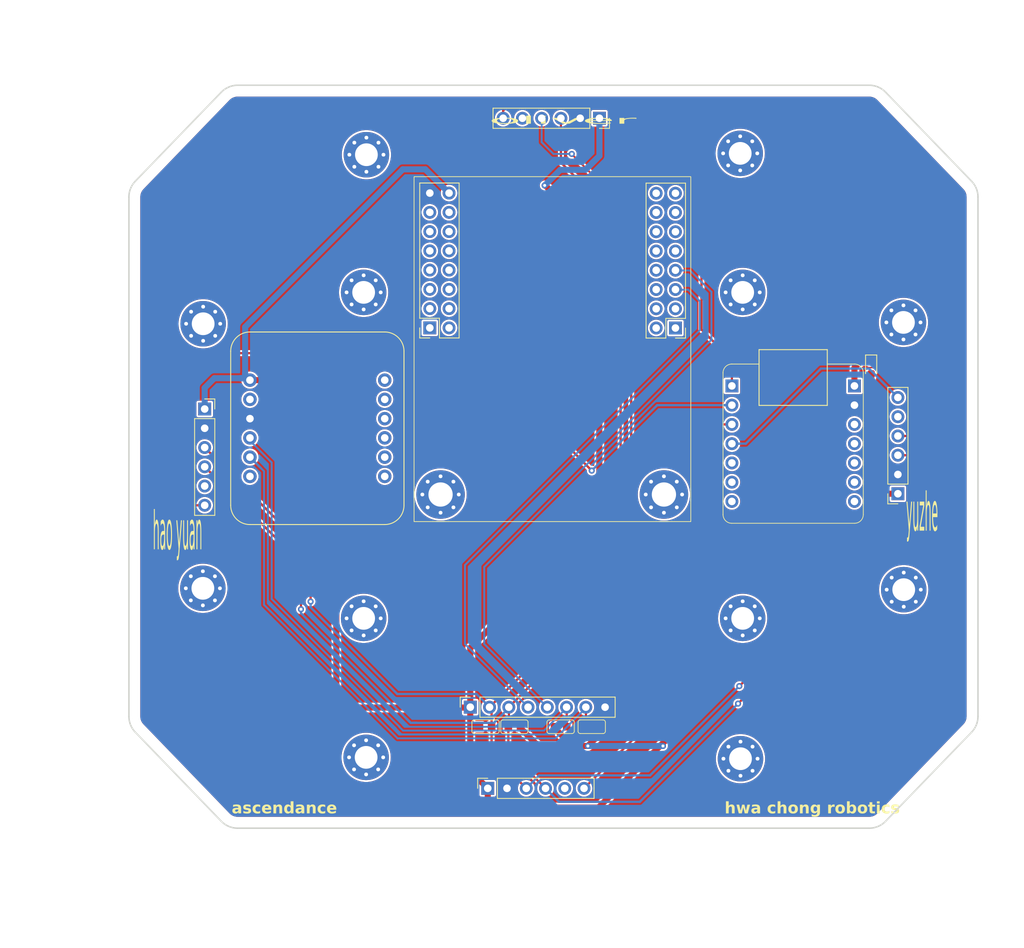
<source format=kicad_pcb>
(kicad_pcb (version 20221018) (generator pcbnew)
  (layers (0 "F.Cu" signal) (31 "B.Cu" signal) (34 "B.Paste" user) (35 "F.Paste" user) (36 "B.SilkS" user "B.Silkscreen") (37 "F.SilkS" user "F.Silkscreen") (38 "B.Mask" user) (39 "F.Mask" user) (44 "Edge.Cuts" user))
  (net 0 "")
  (net 60 "Net-(D1-K)")
  (net 61 "GND")
  (net 62 "/XSHUT w")
  (net 63 "/XSHUT s")
  (net 64 "/XSHUT n")
  (net 65 "/XSHUT f")
  (net 66 "/TOF SDA")
  (net 67 "/TOF SCL")
  (net 68 "/COM SDA")
  (net 69 "/COM SCL")
  (net 70 "/C TX")
  (net 71 "/C RX")
  (net 72 "+5V")
  (footprint "l2:res0603" (layer "F.Cu") (at 93.434 149.86 180)
    (fp_text reference "R2" hide)
    (fp_text value "3K3" hide)
    (pad "1" smd roundrect (at -0.8 0 180) (size 1 1) (layers "F.Cu" "F.Paste" "F.Mask") (roundrect_rratio 0.1) (net 72 "+5V"))
    (pad "2" smd roundrect (at 0.8 0 180) (size 1 1) (layers "F.Cu" "F.Paste" "F.Mask") (roundrect_rratio 0.1) (net 66 "/TOF SDA"))
  )
  (footprint "Connector_PinSocket_2.54mm:PinSocket_1x06_P2.54mm_Vertical" (layer "F.Cu") (at 144.018 119.126 180)
    (fp_text reference "J3" hide)
    (fp_text value "Conn_01x06" hide)
    (pad "1" thru_hole rect (at 0 0 180) (size 1.7 1.7) (drill 1) (layers "*.Cu" "*.Mask") (net 72 "+5V"))
    (pad "2" thru_hole oval (at 0 2.54 180) (size 1.7 1.7) (drill 1) (layers "*.Cu" "*.Mask") (net 61 "GND"))
    (pad "3" thru_hole oval (at 0 5.08 180) (size 1.7 1.7) (drill 1) (layers "*.Cu" "*.Mask") (net 67 "/TOF SCL"))
    (pad "4" thru_hole oval (at 0 7.62 180) (size 1.7 1.7) (drill 1) (layers "*.Cu" "*.Mask") (net 66 "/TOF SDA"))
    (pad "5" thru_hole oval (at 0 10.16 180) (size 1.7 1.7) (drill 1) (layers "*.Cu" "*.Mask"))
    (pad "6" thru_hole oval (at 0 12.7 180) (size 1.7 1.7) (drill 1) (layers "*.Cu" "*.Mask") (net 65 "/XSHUT f"))
  )
  (footprint "MountingHole:MountingHole_3mm_Pad_Via" (layer "F.Cu") (at 52.375558 96.704817)
    (fp_text reference "H10" hide)
    (fp_text value "MountingHole_Pad" hide)
    (pad "1" thru_hole circle (at -2.25 0) (size 0.8 0.8) (drill 0.5) (layers "*.Cu" "*.Mask"))
    (pad "1" thru_hole circle (at -1.59099 -1.59099) (size 0.8 0.8) (drill 0.5) (layers "*.Cu" "*.Mask"))
    (pad "1" thru_hole circle (at -1.59099 1.59099) (size 0.8 0.8) (drill 0.5) (layers "*.Cu" "*.Mask"))
    (pad "1" thru_hole circle (at 0 -2.25) (size 0.8 0.8) (drill 0.5) (layers "*.Cu" "*.Mask"))
    (pad "1" thru_hole circle (at 0 0) (size 6 6) (drill 3) (layers "*.Cu" "*.Mask"))
    (pad "1" thru_hole circle (at 0 2.25) (size 0.8 0.8) (drill 0.5) (layers "*.Cu" "*.Mask"))
    (pad "1" thru_hole circle (at 1.59099 -1.59099) (size 0.8 0.8) (drill 0.5) (layers "*.Cu" "*.Mask"))
    (pad "1" thru_hole circle (at 1.59099 1.59099) (size 0.8 0.8) (drill 0.5) (layers "*.Cu" "*.Mask"))
    (pad "1" thru_hole circle (at 2.25 0) (size 0.8 0.8) (drill 0.5) (layers "*.Cu" "*.Mask"))
  )
  (footprint "MountingHole:MountingHole_3mm_Pad_Via" (layer "F.Cu") (at 73.544888 92.564633)
    (fp_text reference "H2" hide)
    (fp_text value "MountingHole_Pad" hide)
    (pad "1" thru_hole circle (at -2.25 0) (size 0.8 0.8) (drill 0.5) (layers "*.Cu" "*.Mask"))
    (pad "1" thru_hole circle (at -1.59099 -1.59099) (size 0.8 0.8) (drill 0.5) (layers "*.Cu" "*.Mask"))
    (pad "1" thru_hole circle (at -1.59099 1.59099) (size 0.8 0.8) (drill 0.5) (layers "*.Cu" "*.Mask"))
    (pad "1" thru_hole circle (at 0 -2.25) (size 0.8 0.8) (drill 0.5) (layers "*.Cu" "*.Mask"))
    (pad "1" thru_hole circle (at 0 0) (size 6 6) (drill 3) (layers "*.Cu" "*.Mask"))
    (pad "1" thru_hole circle (at 0 2.25) (size 0.8 0.8) (drill 0.5) (layers "*.Cu" "*.Mask"))
    (pad "1" thru_hole circle (at 1.59099 -1.59099) (size 0.8 0.8) (drill 0.5) (layers "*.Cu" "*.Mask"))
    (pad "1" thru_hole circle (at 1.59099 1.59099) (size 0.8 0.8) (drill 0.5) (layers "*.Cu" "*.Mask"))
    (pad "1" thru_hole circle (at 2.25 0) (size 0.8 0.8) (drill 0.5) (layers "*.Cu" "*.Mask"))
  )
  (footprint "MountingHole:MountingHole_3mm_Pad_Via" (layer "F.Cu") (at 123.217547 74.227785)
    (fp_text reference "H1" hide)
    (fp_text value "MountingHole_Pad" hide)
    (pad "1" thru_hole circle (at -2.25 0) (size 0.8 0.8) (drill 0.5) (layers "*.Cu" "*.Mask"))
    (pad "1" thru_hole circle (at -1.59099 -1.59099) (size 0.8 0.8) (drill 0.5) (layers "*.Cu" "*.Mask"))
    (pad "1" thru_hole circle (at -1.59099 1.59099) (size 0.8 0.8) (drill 0.5) (layers "*.Cu" "*.Mask"))
    (pad "1" thru_hole circle (at 0 -2.25) (size 0.8 0.8) (drill 0.5) (layers "*.Cu" "*.Mask"))
    (pad "1" thru_hole circle (at 0 0) (size 6 6) (drill 3) (layers "*.Cu" "*.Mask"))
    (pad "1" thru_hole circle (at 0 2.25) (size 0.8 0.8) (drill 0.5) (layers "*.Cu" "*.Mask"))
    (pad "1" thru_hole circle (at 1.59099 -1.59099) (size 0.8 0.8) (drill 0.5) (layers "*.Cu" "*.Mask"))
    (pad "1" thru_hole circle (at 1.59099 1.59099) (size 0.8 0.8) (drill 0.5) (layers "*.Cu" "*.Mask"))
    (pad "1" thru_hole circle (at 2.25 0) (size 0.8 0.8) (drill 0.5) (layers "*.Cu" "*.Mask"))
  )
  (footprint "MountingHole:MountingHole_3mm_Pad_Via" (layer "F.Cu") (at 73.909967 74.405284)
    (fp_text reference "H9" hide)
    (fp_text value "MountingHole_Pad" hide)
    (pad "1" thru_hole circle (at -2.25 0) (size 0.8 0.8) (drill 0.5) (layers "*.Cu" "*.Mask"))
    (pad "1" thru_hole circle (at -1.59099 -1.59099) (size 0.8 0.8) (drill 0.5) (layers "*.Cu" "*.Mask"))
    (pad "1" thru_hole circle (at -1.59099 1.59099) (size 0.8 0.8) (drill 0.5) (layers "*.Cu" "*.Mask"))
    (pad "1" thru_hole circle (at 0 -2.25) (size 0.8 0.8) (drill 0.5) (layers "*.Cu" "*.Mask"))
    (pad "1" thru_hole circle (at 0 0) (size 6 6) (drill 3) (layers "*.Cu" "*.Mask"))
    (pad "1" thru_hole circle (at 0 2.25) (size 0.8 0.8) (drill 0.5) (layers "*.Cu" "*.Mask"))
    (pad "1" thru_hole circle (at 1.59099 -1.59099) (size 0.8 0.8) (drill 0.5) (layers "*.Cu" "*.Mask"))
    (pad "1" thru_hole circle (at 1.59099 1.59099) (size 0.8 0.8) (drill 0.5) (layers "*.Cu" "*.Mask"))
    (pad "1" thru_hole circle (at 2.25 0) (size 0.8 0.8) (drill 0.5) (layers "*.Cu" "*.Mask"))
  )
  (footprint "l2:res0603" (layer "F.Cu") (at 99.53 149.86)
    (fp_text reference "R3" hide)
    (fp_text value "3K3" hide)
    (pad "1" smd roundrect (at -0.8 0) (size 1 1) (layers "F.Cu" "F.Paste" "F.Mask") (roundrect_rratio 0.1) (net 72 "+5V"))
    (pad "2" smd roundrect (at 0.8 0) (size 1 1) (layers "F.Cu" "F.Paste" "F.Mask") (roundrect_rratio 0.1) (net 69 "/COM SCL"))
  )
  (footprint "Connector_PinSocket_2.54mm:PinSocket_1x06_P2.54mm_Vertical" (layer "F.Cu") (at 104.648 69.596 -90)
    (fp_text reference "J2" hide)
    (fp_text value "Conn_01x06" hide)
    (pad "1" thru_hole rect (at 0 0 270) (size 1.7 1.7) (drill 1) (layers "*.Cu" "*.Mask") (net 72 "+5V"))
    (pad "2" thru_hole oval (at 0 2.54 270) (size 1.7 1.7) (drill 1) (layers "*.Cu" "*.Mask") (net 61 "GND"))
    (pad "3" thru_hole oval (at 0 5.08 270) (size 1.7 1.7) (drill 1) (layers "*.Cu" "*.Mask") (net 67 "/TOF SCL"))
    (pad "4" thru_hole oval (at 0 7.62 270) (size 1.7 1.7) (drill 1) (layers "*.Cu" "*.Mask") (net 66 "/TOF SDA"))
    (pad "5" thru_hole oval (at 0 10.16 270) (size 1.7 1.7) (drill 1) (layers "*.Cu" "*.Mask"))
    (pad "6" thru_hole oval (at 0 12.7 270) (size 1.7 1.7) (drill 1) (layers "*.Cu" "*.Mask") (net 64 "/XSHUT n"))
  )
  (footprint "Connector_PinSocket_2.54mm:PinSocket_1x08_P2.54mm_Vertical" (layer "F.Cu") (at 87.613126 147.282 90)
    (fp_text reference "J1" hide)
    (fp_text value "Conn_01x08" hide)
    (pad "1" thru_hole rect (at 0 0 90) (size 1.7 1.7) (drill 1) (layers "*.Cu" "*.Mask") (net 72 "+5V"))
    (pad "2" thru_hole oval (at 0 2.54 90) (size 1.7 1.7) (drill 1) (layers "*.Cu" "*.Mask") (net 67 "/TOF SCL"))
    (pad "3" thru_hole oval (at 0 5.08 90) (size 1.7 1.7) (drill 1) (layers "*.Cu" "*.Mask") (net 66 "/TOF SDA"))
    (pad "4" thru_hole oval (at 0 7.62 90) (size 1.7 1.7) (drill 1) (layers "*.Cu" "*.Mask") (net 71 "/C RX"))
    (pad "5" thru_hole oval (at 0 10.16 90) (size 1.7 1.7) (drill 1) (layers "*.Cu" "*.Mask") (net 70 "/C TX"))
    (pad "6" thru_hole oval (at 0 12.7 90) (size 1.7 1.7) (drill 1) (layers "*.Cu" "*.Mask") (net 69 "/COM SCL"))
    (pad "7" thru_hole oval (at 0 15.24 90) (size 1.7 1.7) (drill 1) (layers "*.Cu" "*.Mask") (net 68 "/COM SDA"))
    (pad "8" thru_hole oval (at 0 17.78 90) (size 1.7 1.7) (drill 1) (layers "*.Cu" "*.Mask") (net 61 "GND"))
  )
  (footprint "MountingHole:MountingHole_3mm_Pad_Via" (layer "F.Cu") (at 123.544888 92.564633)
    (fp_text reference "H3" hide)
    (fp_text value "MountingHole_Pad" hide)
    (pad "1" thru_hole circle (at -2.25 0) (size 0.8 0.8) (drill 0.5) (layers "*.Cu" "*.Mask"))
    (pad "1" thru_hole circle (at -1.59099 -1.59099) (size 0.8 0.8) (drill 0.5) (layers "*.Cu" "*.Mask"))
    (pad "1" thru_hole circle (at -1.59099 1.59099) (size 0.8 0.8) (drill 0.5) (layers "*.Cu" "*.Mask"))
    (pad "1" thru_hole circle (at 0 -2.25) (size 0.8 0.8) (drill 0.5) (layers "*.Cu" "*.Mask"))
    (pad "1" thru_hole circle (at 0 0) (size 6 6) (drill 3) (layers "*.Cu" "*.Mask"))
    (pad "1" thru_hole circle (at 0 2.25) (size 0.8 0.8) (drill 0.5) (layers "*.Cu" "*.Mask"))
    (pad "1" thru_hole circle (at 1.59099 -1.59099) (size 0.8 0.8) (drill 0.5) (layers "*.Cu" "*.Mask"))
    (pad "1" thru_hole circle (at 1.59099 1.59099) (size 0.8 0.8) (drill 0.5) (layers "*.Cu" "*.Mask"))
    (pad "1" thru_hole circle (at 2.25 0) (size 0.8 0.8) (drill 0.5) (layers "*.Cu" "*.Mask"))
  )
  (footprint "MountingHole:MountingHole_3mm_Pad_Via" (layer "F.Cu") (at 123.255285 154.078979)
    (fp_text reference "H12" hide)
    (fp_text value "MountingHole_Pad" hide)
    (pad "1" thru_hole circle (at -2.25 0) (size 0.8 0.8) (drill 0.5) (layers "*.Cu" "*.Mask"))
    (pad "1" thru_hole circle (at -1.59099 -1.59099) (size 0.8 0.8) (drill 0.5) (layers "*.Cu" "*.Mask"))
    (pad "1" thru_hole circle (at -1.59099 1.59099) (size 0.8 0.8) (drill 0.5) (layers "*.Cu" "*.Mask"))
    (pad "1" thru_hole circle (at 0 -2.25) (size 0.8 0.8) (drill 0.5) (layers "*.Cu" "*.Mask"))
    (pad "1" thru_hole circle (at 0 0) (size 6 6) (drill 3) (layers "*.Cu" "*.Mask"))
    (pad "1" thru_hole circle (at 0 2.25) (size 0.8 0.8) (drill 0.5) (layers "*.Cu" "*.Mask"))
    (pad "1" thru_hole circle (at 1.59099 -1.59099) (size 0.8 0.8) (drill 0.5) (layers "*.Cu" "*.Mask"))
    (pad "1" thru_hole circle (at 1.59099 1.59099) (size 0.8 0.8) (drill 0.5) (layers "*.Cu" "*.Mask"))
    (pad "1" thru_hole circle (at 2.25 0) (size 0.8 0.8) (drill 0.5) (layers "*.Cu" "*.Mask"))
  )
  (footprint "Connector_PinSocket_2.54mm:PinSocket_1x06_P2.54mm_Vertical" (layer "F.Cu") (at 89.916 157.988 90)
    (fp_text reference "J4" hide)
    (fp_text value "Conn_01x06" hide)
    (pad "1" thru_hole rect (at 0 0 90) (size 1.7 1.7) (drill 1) (layers "*.Cu" "*.Mask") (net 72 "+5V"))
    (pad "2" thru_hole oval (at 0 2.54 90) (size 1.7 1.7) (drill 1) (layers "*.Cu" "*.Mask") (net 61 "GND"))
    (pad "3" thru_hole oval (at 0 5.08 90) (size 1.7 1.7) (drill 1) (layers "*.Cu" "*.Mask") (net 67 "/TOF SCL"))
    (pad "4" thru_hole oval (at 0 7.62 90) (size 1.7 1.7) (drill 1) (layers "*.Cu" "*.Mask") (net 66 "/TOF SDA"))
    (pad "5" thru_hole oval (at 0 10.16 90) (size 1.7 1.7) (drill 1) (layers "*.Cu" "*.Mask"))
    (pad "6" thru_hole oval (at 0 12.7 90) (size 1.7 1.7) (drill 1) (layers "*.Cu" "*.Mask") (net 63 "/XSHUT s"))
  )
  (footprint "MountingHole:MountingHole_3mm_Pad_Via" (layer "F.Cu") (at 73.872229 153.90148)
    (fp_text reference "H8" hide)
    (fp_text value "MountingHole_Pad" hide)
    (pad "1" thru_hole circle (at -2.25 0) (size 0.8 0.8) (drill 0.5) (layers "*.Cu" "*.Mask"))
    (pad "1" thru_hole circle (at -1.59099 -1.59099) (size 0.8 0.8) (drill 0.5) (layers "*.Cu" "*.Mask"))
    (pad "1" thru_hole circle (at -1.59099 1.59099) (size 0.8 0.8) (drill 0.5) (layers "*.Cu" "*.Mask"))
    (pad "1" thru_hole circle (at 0 -2.25) (size 0.8 0.8) (drill 0.5) (layers "*.Cu" "*.Mask"))
    (pad "1" thru_hole circle (at 0 0) (size 6 6) (drill 3) (layers "*.Cu" "*.Mask"))
    (pad "1" thru_hole circle (at 0 2.25) (size 0.8 0.8) (drill 0.5) (layers "*.Cu" "*.Mask"))
    (pad "1" thru_hole circle (at 1.59099 -1.59099) (size 0.8 0.8) (drill 0.5) (layers "*.Cu" "*.Mask"))
    (pad "1" thru_hole circle (at 1.59099 1.59099) (size 0.8 0.8) (drill 0.5) (layers "*.Cu" "*.Mask"))
    (pad "1" thru_hole circle (at 2.25 0) (size 0.8 0.8) (drill 0.5) (layers "*.Cu" "*.Mask"))
  )
  (footprint "l3:bno085" (layer "F.Cu") (at 67.437 110.49 -90)
    (fp_text reference "U2" hide)
    (fp_text value "BNO085" hide)
    (pad "JP1_1" thru_hole circle (at -6.35 8.89 270) (size 1.778 1.778) (drill 1) (layers "*.Cu" "*.Mask") (net 72 "+5V"))
    (pad "JP1_2" thru_hole circle (at -3.81 8.89 270) (size 1.778 1.778) (drill 1) (layers "*.Cu" "*.Mask"))
    (pad "JP1_3" thru_hole circle (at -1.27 8.89 270) (size 1.778 1.778) (drill 1) (layers "*.Cu" "*.Mask") (net 61 "GND"))
    (pad "JP1_4" thru_hole circle (at 1.27 8.89 270) (size 1.778 1.778) (drill 1) (layers "*.Cu" "*.Mask") (net 69 "/COM SCL"))
    (pad "JP1_5" thru_hole circle (at 3.81 8.89 270) (size 1.778 1.778) (drill 1) (layers "*.Cu" "*.Mask") (net 68 "/COM SDA"))
    (pad "JP1_6" thru_hole circle (at 6.35 8.89 270) (size 1.778 1.778) (drill 1) (layers "*.Cu" "*.Mask"))
    (pad "JP2_1" thru_hole circle (at -6.35 -8.89 270) (size 1.778 1.778) (drill 1) (layers "*.Cu" "*.Mask"))
    (pad "JP2_2" thru_hole circle (at -3.81 -8.89 270) (size 1.778 1.778) (drill 1) (layers "*.Cu" "*.Mask"))
    (pad "JP2_3" thru_hole circle (at -1.27 -8.89 270) (size 1.778 1.778) (drill 1) (layers "*.Cu" "*.Mask"))
    (pad "JP2_4" thru_hole circle (at 1.27 -8.89 270) (size 1.778 1.778) (drill 1) (layers "*.Cu" "*.Mask"))
    (pad "JP2_5" thru_hole circle (at 3.81 -8.89 270) (size 1.778 1.778) (drill 1) (layers "*.Cu" "*.Mask"))
    (pad "JP2_6" thru_hole circle (at 6.35 -8.89 270) (size 1.778 1.778) (drill 1) (layers "*.Cu" "*.Mask"))
  )
  (footprint "l2:res0603" (layer "F.Cu") (at 103.632 149.86 180)
    (fp_text reference "R4" hide)
    (fp_text value "3K3" hide)
    (pad "1" smd roundrect (at -0.8 0 180) (size 1 1) (layers "F.Cu" "F.Paste" "F.Mask") (roundrect_rratio 0.1) (net 72 "+5V"))
    (pad "2" smd roundrect (at 0.8 0 180) (size 1 1) (layers "F.Cu" "F.Paste" "F.Mask") (roundrect_rratio 0.1) (net 68 "/COM SDA"))
  )
  (footprint "l2:res0603" (layer "F.Cu") (at 89.624 149.86)
    (fp_text reference "R1" hide)
    (fp_text value "3K3" hide)
    (pad "1" smd roundrect (at -0.8 0) (size 1 1) (layers "F.Cu" "F.Paste" "F.Mask") (roundrect_rratio 0.1) (net 72 "+5V"))
    (pad "2" smd roundrect (at 0.8 0) (size 1 1) (layers "F.Cu" "F.Paste" "F.Mask") (roundrect_rratio 0.1) (net 67 "/TOF SCL"))
  )
  (footprint "l2:Seeeduino XIAO SAMD 21 TFT" (layer "F.Cu") (at 130.205126 112.522)
    (fp_text reference "U3" hide)
    (fp_text value "MOUDLE-SEEEDUINO-XIAO-ESP32C3" hide)
    (pad "1" thru_hole rect (at -8.0825 -7.62) (size 1.7 1.7) (drill 1) (layers "*.Cu" "*.Mask") (net 64 "/XSHUT n"))
    (pad "2" thru_hole oval (at -8.0825 -5.08) (size 1.7 1.7) (drill 1) (layers "*.Cu" "*.Mask") (net 62 "/XSHUT w"))
    (pad "3" thru_hole oval (at -8.0825 -2.54) (size 1.7 1.7) (drill 1) (layers "*.Cu" "*.Mask") (net 63 "/XSHUT s"))
    (pad "4" thru_hole oval (at -8.0825 0) (size 1.7 1.7) (drill 1) (layers "*.Cu" "*.Mask") (net 65 "/XSHUT f"))
    (pad "5" thru_hole oval (at -8.0825 2.54) (size 1.7 1.7) (drill 1) (layers "*.Cu" "*.Mask"))
    (pad "6" thru_hole oval (at -8.0825 5.08) (size 1.7 1.7) (drill 1) (layers "*.Cu" "*.Mask"))
    (pad "7" thru_hole oval (at -8.0825 7.62) (size 1.7 1.7) (drill 1) (layers "*.Cu" "*.Mask"))
    (pad "8" thru_hole oval (at 8.0825 7.62) (size 1.7 1.7) (drill 1) (layers "*.Cu" "*.Mask"))
    (pad "9" thru_hole oval (at 8.0825 5.08) (size 1.7 1.7) (drill 1) (layers "*.Cu" "*.Mask"))
    (pad "10" thru_hole oval (at 8.0825 2.54) (size 1.7 1.7) (drill 1) (layers "*.Cu" "*.Mask"))
    (pad "11" thru_hole oval (at 8.0825 0) (size 1.7 1.7) (drill 1) (layers "*.Cu" "*.Mask"))
    (pad "12" thru_hole oval (at 8.0825 -2.54) (size 1.7 1.7) (drill 1) (layers "*.Cu" "*.Mask"))
    (pad "13" thru_hole oval (at 8.0825 -5.08) (size 1.7 1.7) (drill 1) (layers "*.Cu" "*.Mask") (net 61 "GND"))
    (pad "14" thru_hole rect (at 8.0825 -7.62) (size 1.7 1.7) (drill 1) (layers "*.Cu" "*.Mask") (net 60 "Net-(D1-K)"))
  )
  (footprint "MountingHole:MountingHole_3mm_Pad_Via" (layer "F.Cu") (at 123.544888 135.564633)
    (fp_text reference "H7" hide)
    (fp_text value "MountingHole_Pad" hide)
    (pad "1" thru_hole circle (at -2.25 0) (size 0.8 0.8) (drill 0.5) (layers "*.Cu" "*.Mask"))
    (pad "1" thru_hole circle (at -1.59099 -1.59099) (size 0.8 0.8) (drill 0.5) (layers "*.Cu" "*.Mask"))
    (pad "1" thru_hole circle (at -1.59099 1.59099) (size 0.8 0.8) (drill 0.5) (layers "*.Cu" "*.Mask"))
    (pad "1" thru_hole circle (at 0 -2.25) (size 0.8 0.8) (drill 0.5) (layers "*.Cu" "*.Mask"))
    (pad "1" thru_hole circle (at 0 0) (size 6 6) (drill 3) (layers "*.Cu" "*.Mask"))
    (pad "1" thru_hole circle (at 0 2.25) (size 0.8 0.8) (drill 0.5) (layers "*.Cu" "*.Mask"))
    (pad "1" thru_hole circle (at 1.59099 -1.59099) (size 0.8 0.8) (drill 0.5) (layers "*.Cu" "*.Mask"))
    (pad "1" thru_hole circle (at 1.59099 1.59099) (size 0.8 0.8) (drill 0.5) (layers "*.Cu" "*.Mask"))
    (pad "1" thru_hole circle (at 2.25 0) (size 0.8 0.8) (drill 0.5) (layers "*.Cu" "*.Mask"))
  )
  (footprint "Connector_PinSocket_2.54mm:PinSocket_1x06_P2.54mm_Vertical" (layer "F.Cu") (at 52.578 107.95)
    (fp_text reference "J6" hide)
    (fp_text value "Conn_01x06" hide)
    (pad "1" thru_hole rect (at 0 0) (size 1.7 1.7) (drill 1) (layers "*.Cu" "*.Mask") (net 72 "+5V"))
    (pad "2" thru_hole oval (at 0 2.54) (size 1.7 1.7) (drill 1) (layers "*.Cu" "*.Mask") (net 61 "GND"))
    (pad "3" thru_hole oval (at 0 5.08) (size 1.7 1.7) (drill 1) (layers "*.Cu" "*.Mask") (net 67 "/TOF SCL"))
    (pad "4" thru_hole oval (at 0 7.62) (size 1.7 1.7) (drill 1) (layers "*.Cu" "*.Mask") (net 66 "/TOF SDA"))
    (pad "5" thru_hole oval (at 0 10.16) (size 1.7 1.7) (drill 1) (layers "*.Cu" "*.Mask"))
    (pad "6" thru_hole oval (at 0 12.7) (size 1.7 1.7) (drill 1) (layers "*.Cu" "*.Mask") (net 62 "/XSHUT w"))
  )
  (footprint "MountingHole:MountingHole_3mm_Pad_Via" (layer "F.Cu") (at 144.751957 96.527319)
    (fp_text reference "H4" hide)
    (fp_text value "MountingHole_Pad" hide)
    (pad "1" thru_hole circle (at -2.25 0) (size 0.8 0.8) (drill 0.5) (layers "*.Cu" "*.Mask"))
    (pad "1" thru_hole circle (at -1.59099 -1.59099) (size 0.8 0.8) (drill 0.5) (layers "*.Cu" "*.Mask"))
    (pad "1" thru_hole circle (at -1.59099 1.59099) (size 0.8 0.8) (drill 0.5) (layers "*.Cu" "*.Mask"))
    (pad "1" thru_hole circle (at 0 -2.25) (size 0.8 0.8) (drill 0.5) (layers "*.Cu" "*.Mask"))
    (pad "1" thru_hole circle (at 0 0) (size 6 6) (drill 3) (layers "*.Cu" "*.Mask"))
    (pad "1" thru_hole circle (at 0 2.25) (size 0.8 0.8) (drill 0.5) (layers "*.Cu" "*.Mask"))
    (pad "1" thru_hole circle (at 1.59099 -1.59099) (size 0.8 0.8) (drill 0.5) (layers "*.Cu" "*.Mask"))
    (pad "1" thru_hole circle (at 1.59099 1.59099) (size 0.8 0.8) (drill 0.5) (layers "*.Cu" "*.Mask"))
    (pad "1" thru_hole circle (at 2.25 0) (size 0.8 0.8) (drill 0.5) (layers "*.Cu" "*.Mask"))
  )
  (footprint "MountingHole:MountingHole_3mm_Pad_Via" (layer "F.Cu") (at 52.337819 131.601946)
    (fp_text reference "H5" hide)
    (fp_text value "MountingHole_Pad" hide)
    (pad "1" thru_hole circle (at -2.25 0) (size 0.8 0.8) (drill 0.5) (layers "*.Cu" "*.Mask"))
    (pad "1" thru_hole circle (at -1.59099 -1.59099) (size 0.8 0.8) (drill 0.5) (layers "*.Cu" "*.Mask"))
    (pad "1" thru_hole circle (at -1.59099 1.59099) (size 0.8 0.8) (drill 0.5) (layers "*.Cu" "*.Mask"))
    (pad "1" thru_hole circle (at 0 -2.25) (size 0.8 0.8) (drill 0.5) (layers "*.Cu" "*.Mask"))
    (pad "1" thru_hole circle (at 0 0) (size 6 6) (drill 3) (layers "*.Cu" "*.Mask"))
    (pad "1" thru_hole circle (at 0 2.25) (size 0.8 0.8) (drill 0.5) (layers "*.Cu" "*.Mask"))
    (pad "1" thru_hole circle (at 1.59099 -1.59099) (size 0.8 0.8) (drill 0.5) (layers "*.Cu" "*.Mask"))
    (pad "1" thru_hole circle (at 1.59099 1.59099) (size 0.8 0.8) (drill 0.5) (layers "*.Cu" "*.Mask"))
    (pad "1" thru_hole circle (at 2.25 0) (size 0.8 0.8) (drill 0.5) (layers "*.Cu" "*.Mask"))
  )
  (footprint "l3:OpenMV_RT" (layer "F.Cu") (at 98.44857 114.02242 180)
    (fp_text reference "J5" hide)
    (fp_text value "Conn_01x32" hide)
    (pad "0" thru_hole rect (at -16.225 16.756 180) (size 1.7 1.7) (drill 1) (layers "*.Cu" "*.Mask"))
    (pad "1" thru_hole oval (at -13.685 16.756 180) (size 1.7 1.7) (drill 1) (layers "*.Cu" "*.Mask"))
    (pad "2" thru_hole oval (at -16.225 19.296 180) (size 1.7 1.7) (drill 1) (layers "*.Cu" "*.Mask"))
    (pad "3" thru_hole oval (at -13.685 19.296 180) (size 1.7 1.7) (drill 1) (layers "*.Cu" "*.Mask"))
    (pad "4" thru_hole oval (at -16.225 21.836 180) (size 1.7 1.7) (drill 1) (layers "*.Cu" "*.Mask") (net 71 "/C RX"))
    (pad "5" thru_hole oval (at -13.685 21.836 180) (size 1.7 1.7) (drill 1) (layers "*.Cu" "*.Mask"))
    (pad "6" thru_hole oval (at -16.225 24.376 180) (size 1.7 1.7) (drill 1) (layers "*.Cu" "*.Mask") (net 70 "/C TX"))
    (pad "7" thru_hole oval (at -13.685 24.376 180) (size 1.7 1.7) (drill 1) (layers "*.Cu" "*.Mask"))
    (pad "8" thru_hole oval (at -16.225 26.916 180) (size 1.7 1.7) (drill 1) (layers "*.Cu" "*.Mask"))
    (pad "9" thru_hole oval (at -13.685 26.916 180) (size 1.7 1.7) (drill 1) (layers "*.Cu" "*.Mask"))
    (pad "10" thru_hole oval (at -16.225 29.456 180) (size 1.7 1.7) (drill 1) (layers "*.Cu" "*.Mask"))
    (pad "11" thru_hole oval (at -13.685 29.456 180) (size 1.7 1.7) (drill 1) (layers "*.Cu" "*.Mask"))
    (pad "12" thru_hole oval (at -16.225 31.996 180) (size 1.7 1.7) (drill 1) (layers "*.Cu" "*.Mask"))
    (pad "13" thru_hole oval (at -13.685 31.996 180) (size 1.7 1.7) (drill 1) (layers "*.Cu" "*.Mask"))
    (pad "14" thru_hole oval (at -16.225 34.536 180) (size 1.7 1.7) (drill 1) (layers "*.Cu" "*.Mask"))
    (pad "15" thru_hole oval (at -13.685 34.536 180) (size 1.7 1.7) (drill 1) (layers "*.Cu" "*.Mask"))
    (pad "16" thru_hole oval (at 13.635 16.776 180) (size 1.7 1.7) (drill 1) (layers "*.Cu" "*.Mask"))
    (pad "17" thru_hole rect (at 16.175 16.776 180) (size 1.7 1.7) (drill 1) (layers "*.Cu" "*.Mask"))
    (pad "18" thru_hole oval (at 13.635 19.316 180) (size 1.7 1.7) (drill 1) (layers "*.Cu" "*.Mask"))
    (pad "19" thru_hole oval (at 16.175 19.316 180) (size 1.7 1.7) (drill 1) (layers "*.Cu" "*.Mask"))
    (pad "20" thru_hole oval (at 13.635 21.856 180) (size 1.7 1.7) (drill 1) (layers "*.Cu" "*.Mask"))
    (pad "21" thru_hole oval (at 16.175 21.856 180) (size 1.7 1.7) (drill 1) (layers "*.Cu" "*.Mask"))
    (pad "22" thru_hole oval (at 13.635 24.396 180) (size 1.7 1.7) (drill 1) (layers "*.Cu" "*.Mask"))
    (pad "23" thru_hole oval (at 16.175 24.396 180) (size 1.7 1.7) (drill 1) (layers "*.Cu" "*.Mask"))
    (pad "24" thru_hole oval (at 13.635 26.936 180) (size 1.7 1.7) (drill 1) (layers "*.Cu" "*.Mask"))
    (pad "25" thru_hole oval (at 16.175 26.936 180) (size 1.7 1.7) (drill 1) (layers "*.Cu" "*.Mask"))
    (pad "26" thru_hole oval (at 13.635 29.476 180) (size 1.7 1.7) (drill 1) (layers "*.Cu" "*.Mask"))
    (pad "27" thru_hole oval (at 16.175 29.476 180) (size 1.7 1.7) (drill 1) (layers "*.Cu" "*.Mask"))
    (pad "28" thru_hole oval (at 13.635 32.016 180) (size 1.7 1.7) (drill 1) (layers "*.Cu" "*.Mask"))
    (pad "29" thru_hole oval (at 16.175 32.016 180) (size 1.7 1.7) (drill 1) (layers "*.Cu" "*.Mask"))
    (pad "30" thru_hole oval (at 13.635 34.556 180) (size 1.7 1.7) (drill 1) (layers "*.Cu" "*.Mask") (net 72 "+5V"))
    (pad "31" thru_hole oval (at 16.175 34.556 180) (size 1.7 1.7) (drill 1) (layers "*.Cu" "*.Mask") (net 61 "GND"))
    (pad "X" thru_hole circle (at -17.107 -5.207 180) (size 0.8 0.8) (drill 0.5) (layers "*.Cu" "*.Mask"))
    (pad "X" thru_hole circle (at -16.404056 -6.904056 180) (size 0.8 0.8) (drill 0.5) (layers "*.Cu" "*.Mask"))
    (pad "X" thru_hole circle (at -16.404056 -3.509944 180) (size 0.8 0.8) (drill 0.5) (layers "*.Cu" "*.Mask"))
    (pad "X" thru_hole circle (at -14.707 -7.607 180) (size 0.8 0.8) (drill 0.5) (layers "*.Cu" "*.Mask"))
    (pad "X" thru_hole circle (at -14.707 -5.207 180) (size 6.4 6.4) (drill 3.2) (layers "*.Cu" "*.Mask"))
    (pad "X" thru_hole circle (at -14.707 -2.807 180) (size 0.8 0.8) (drill 0.5) (layers "*.Cu" "*.Mask"))
    (pad "X" thru_hole circle (at -13.009944 -6.904056 180) (size 0.8 0.8) (drill 0.5) (layers "*.Cu" "*.Mask"))
    (pad "X" thru_hole circle (at -13.009944 -3.509944 180) (size 0.8 0.8) (drill 0.5) (layers "*.Cu" "*.Mask"))
    (pad "X" thru_hole circle (at -12.307 -5.207 180) (size 0.8 0.8) (drill 0.5) (layers "*.Cu" "*.Mask"))
    (pad "X" thru_hole circle (at 12.357 -5.207 180) (size 0.8 0.8) (drill 0.5) (layers "*.Cu" "*.Mask"))
    (pad "X" thru_hole circle (at 13.059944 -6.904056 180) (size 0.8 0.8) (drill 0.5) (layers "*.Cu" "*.Mask"))
    (pad "X" thru_hole circle (at 13.059944 -3.509944 180) (size 0.8 0.8) (drill 0.5) (layers "*.Cu" "*.Mask"))
    (pad "X" thru_hole circle (at 14.757 -7.607 180) (size 0.8 0.8) (drill 0.5) (layers "*.Cu" "*.Mask"))
    (pad "X" thru_hole circle (at 14.757 -5.207 180) (size 6.4 6.4) (drill 3.2) (layers "*.Cu" "*.Mask"))
    (pad "X" thru_hole circle (at 14.757 -2.807 180) (size 0.8 0.8) (drill 0.5) (layers "*.Cu" "*.Mask"))
    (pad "X" thru_hole circle (at 16.454056 -6.904056 180) (size 0.8 0.8) (drill 0.5) (layers "*.Cu" "*.Mask"))
    (pad "X" thru_hole circle (at 16.454056 -3.509944 180) (size 0.8 0.8) (drill 0.5) (layers "*.Cu" "*.Mask"))
    (pad "X" thru_hole circle (at 17.157 -5.207 180) (size 0.8 0.8) (drill 0.5) (layers "*.Cu" "*.Mask"))
  )
  (footprint "MountingHole:MountingHole_3mm_Pad_Via" (layer "F.Cu") (at 73.544888 135.564633)
    (fp_text reference "H6" hide)
    (fp_text value "MountingHole_Pad" hide)
    (pad "1" thru_hole circle (at -2.25 0) (size 0.8 0.8) (drill 0.5) (layers "*.Cu" "*.Mask"))
    (pad "1" thru_hole circle (at -1.59099 -1.59099) (size 0.8 0.8) (drill 0.5) (layers "*.Cu" "*.Mask"))
    (pad "1" thru_hole circle (at -1.59099 1.59099) (size 0.8 0.8) (drill 0.5) (layers "*.Cu" "*.Mask"))
    (pad "1" thru_hole circle (at 0 -2.25) (size 0.8 0.8) (drill 0.5) (layers "*.Cu" "*.Mask"))
    (pad "1" thru_hole circle (at 0 0) (size 6 6) (drill 3) (layers "*.Cu" "*.Mask"))
    (pad "1" thru_hole circle (at 0 2.25) (size 0.8 0.8) (drill 0.5) (layers "*.Cu" "*.Mask"))
    (pad "1" thru_hole circle (at 1.59099 -1.59099) (size 0.8 0.8) (drill 0.5) (layers "*.Cu" "*.Mask"))
    (pad "1" thru_hole circle (at 1.59099 1.59099) (size 0.8 0.8) (drill 0.5) (layers "*.Cu" "*.Mask"))
    (pad "1" thru_hole circle (at 2.25 0) (size 0.8 0.8) (drill 0.5) (layers "*.Cu" "*.Mask"))
  )
  (footprint "MountingHole:MountingHole_3mm_Pad_Via" (layer "F.Cu") (at 144.789696 131.779444)
    (fp_text reference "H11" hide)
    (fp_text value "MountingHole_Pad" hide)
    (pad "1" thru_hole circle (at -2.25 0) (size 0.8 0.8) (drill 0.5) (layers "*.Cu" "*.Mask"))
    (pad "1" thru_hole circle (at -1.59099 -1.59099) (size 0.8 0.8) (drill 0.5) (layers "*.Cu" "*.Mask"))
    (pad "1" thru_hole circle (at -1.59099 1.59099) (size 0.8 0.8) (drill 0.5) (layers "*.Cu" "*.Mask"))
    (pad "1" thru_hole circle (at 0 -2.25) (size 0.8 0.8) (drill 0.5) (layers "*.Cu" "*.Mask"))
    (pad "1" thru_hole circle (at 0 0) (size 6 6) (drill 3) (layers "*.Cu" "*.Mask"))
    (pad "1" thru_hole circle (at 0 2.25) (size 0.8 0.8) (drill 0.5) (layers "*.Cu" "*.Mask"))
    (pad "1" thru_hole circle (at 1.59099 -1.59099) (size 0.8 0.8) (drill 0.5) (layers "*.Cu" "*.Mask"))
    (pad "1" thru_hole circle (at 1.59099 1.59099) (size 0.8 0.8) (drill 0.5) (layers "*.Cu" "*.Mask"))
    (pad "1" thru_hole circle (at 2.25 0) (size 0.8 0.8) (drill 0.5) (layers "*.Cu" "*.Mask"))
  )
  (footprint "Diode_SMD:D_0603_1608Metric_Pad1.05x0.95mm_HandSolder" (layer "F.Cu") (at 140.492626 102.48242 -90)
    (fp_text reference "D1" hide)
    (fp_text value "D_Schottky" hide)
    (pad "1" smd roundrect (at -0.875 0 270) (size 1.05 0.95) (layers "F.Cu" "F.Paste" "F.Mask") (net 60 "Net-(D1-K)"))
    (pad "2" smd roundrect (at 0.875 0 270) (size 1.05 0.95) (layers "F.Cu" "F.Paste" "F.Mask") (net 72 "+5V"))
  )
  (gr_line (start 56.923956 163.24213) (end 140.241297 163.242131) (stroke (width 0.2)) (layer "Edge.Cuts"))
  (gr_line (start 54.765936 66.158156) (end 43.424607 77.902446) (stroke (width 0.2)) (layer "Edge.Cuts"))
  (gr_arc (start 140.241298 65.24213) (mid 141.41349 65.480618) (end 142.399316 66.158156) (stroke (width 0.2)) (layer "Edge.Cuts"))
  (gr_line (start 42.582626 79.98642) (end 42.582626 148.497841) (stroke (width 0.2)) (layer "Edge.Cuts"))
  (gr_line (start 43.424607 150.581815) (end 54.765936 162.326105) (stroke (width 0.2)) (layer "Edge.Cuts"))
  (gr_line (start 142.399316 162.326105) (end 153.740646 150.581816) (stroke (width 0.2)) (layer "Edge.Cuts"))
  (gr_arc (start 56.923956 163.24213) (mid 55.751771 163.003633) (end 54.765936 162.326105) (stroke (width 0.2)) (layer "Edge.Cuts"))
  (gr_line (start 153.740646 77.902445) (end 142.399316 66.158156) (stroke (width 0.2)) (layer "Edge.Cuts"))
  (gr_arc (start 142.399316 162.326105) (mid 141.413494 163.003659) (end 140.241297 163.242131) (stroke (width 0.2)) (layer "Edge.Cuts"))
  (gr_arc (start 153.740646 77.902445) (mid 154.364175 78.862601) (end 154.582627 79.986421) (stroke (width 0.2)) (layer "Edge.Cuts"))
  (gr_arc (start 43.424607 150.581815) (mid 42.801098 149.621655) (end 42.582626 148.497841) (stroke (width 0.2)) (layer "Edge.Cuts"))
  (gr_line (start 140.241298 65.24213) (end 56.923956 65.24213) (stroke (width 0.2)) (layer "Edge.Cuts"))
  (gr_arc (start 154.582627 148.49784) (mid 154.364192 149.62167) (end 153.740646 150.581816) (stroke (width 0.2)) (layer "Edge.Cuts"))
  (gr_arc (start 42.582626 79.98642) (mid 42.801057 78.862588) (end 43.424607 77.902446) (stroke (width 0.2)) (layer "Edge.Cuts"))
  (gr_line (start 154.582627 148.49784) (end 154.582627 79.986421) (stroke (width 0.2)) (layer "Edge.Cuts"))
  (gr_arc (start 54.765936 66.158156) (mid 55.751763 65.480617) (end 56.923956 65.24213) (stroke (width 0.2)) (layer "Edge.Cuts"))
  (gr_text "yuzhe" (at 145.1102 124.841) (layer "F.SilkS") (effects (font (size 5 1)) (justify left bottom)))
  (gr_text "hao yuan" (at 45.7454 127.3048) (layer "F.SilkS") (effects (font (size 5 1)) (justify left bottom)))
  (gr_text "oliver" (at 90.043 70.485) (layer "F.SilkS") (effects (font (size 1 5)) (justify left bottom)))
  (gr_text "hwa chong robotics" (at 121.158 161.544) (layer "F.SilkS") (effects (font (size 1.5 1.5) (thickness 0.2) bold) (justify left bottom)))
  (gr_text "ascendance" (at 56.134 161.544) (layer "F.SilkS") (effects (font (size 1.5 1.5) (thickness 0.2) bold) (justify left bottom)))
  (segment (start 138.287626 102.504374) (end 138.287626 104.902) (width 0.8) (layer "F.Cu") (net 60))
  (segment (start 140.492626 101.60742) (end 139.18458 101.60742) (width 0.8) (layer "F.Cu") (net 60))
  (segment (start 139.18458 101.60742) (end 138.287626 102.504374) (width 0.8) (layer "F.Cu") (net 60))
  (segment (start 48.956206 120.65) (end 52.578 120.65) (width 0.3) (layer "F.Cu") (net 62))
  (segment (start 88.392 100.584) (end 49.784 100.584) (width 0.3) (layer "F.Cu") (net 62))
  (segment (start 103.632 116.078) (end 103.632 115.824) (width 0.3) (layer "F.Cu") (net 62))
  (segment (start 45.72 117.413794) (end 48.956206 120.65) (width 0.3) (layer "F.Cu") (net 62))
  (segment (start 49.784 100.584) (end 45.72 104.648) (width 0.3) (layer "F.Cu") (net 62))
  (segment (start 45.72 104.648) (end 45.72 117.413794) (width 0.3) (layer "F.Cu") (net 62))
  (segment (start 103.632 116.078) (end 88.392 100.584) (width 0.3) (layer "F.Cu") (net 62))
  (via (at 103.632 116.078) (size 0.8) (drill 0.4) (layers "F.Cu" "B.Cu") (net 62))
  (segment (start 122.122626 107.442) (end 112.268 107.442) (width 0.3) (layer "B.Cu") (net 62))
  (segment (start 103.632 116.078) (end 112.141 107.569) (width 0.3) (layer "B.Cu") (net 62))
  (segment (start 112.268 107.442) (end 112.141 107.569) (width 0.3) (layer "B.Cu") (net 62))
  (segment (start 102.616 157.988) (end 112.014 148.59) (width 0.3) (layer "F.Cu") (net 63))
  (segment (start 112.014 128.304172) (end 112.412086 127.906086) (width 0.3) (layer "F.Cu") (net 63))
  (segment (start 112.014 148.59) (end 112.014 128.304172) (width 0.3) (layer "F.Cu") (net 63))
  (segment (start 122.122626 109.982) (end 120.658772 109.982) (width 0.3) (layer "F.Cu") (net 63))
  (segment (start 119.642772 110.998) (end 119.642772 120.6754) (width 0.3) (layer "F.Cu") (net 63))
  (segment (start 120.658772 109.982) (end 119.642772 110.998) (width 0.3) (layer "F.Cu") (net 63))
  (segment (start 119.642772 120.6754) (end 112.412086 127.906086) (width 0.3) (layer "F.Cu") (net 63))
  (segment (start 110.998 67.818) (end 92.71 67.818) (width 0.3) (layer "F.Cu") (net 64))
  (segment (start 118.11 97.469794) (end 118.11 74.93) (width 0.3) (layer "F.Cu") (net 64))
  (segment (start 92.71 67.818) (end 91.948 68.58) (width 0.3) (layer "F.Cu") (net 64))
  (segment (start 122.122626 101.48242) (end 118.11 97.469794) (width 0.3) (layer "F.Cu") (net 64))
  (segment (start 91.948 68.58) (end 91.948 69.596) (width 0.3) (layer "F.Cu") (net 64))
  (segment (start 118.11 74.93) (end 110.998 67.818) (width 0.3) (layer "F.Cu") (net 64))
  (segment (start 122.122626 104.902) (end 122.122626 101.48242) (width 0.3) (layer "F.Cu") (net 64))
  (segment (start 123.952 112.522) (end 133.858 102.616) (width 0.3) (layer "B.Cu") (net 65))
  (segment (start 140.208 102.616) (end 144.018 106.426) (width 0.3) (layer "B.Cu") (net 65))
  (segment (start 122.122626 112.522) (end 123.952 112.522) (width 0.3) (layer "B.Cu") (net 65))
  (segment (start 133.858 102.616) (end 140.208 102.616) (width 0.3) (layer "B.Cu") (net 65))
  (segment (start 92.693126 147.282) (end 108.839 131.136126) (width 0.3) (layer "F.Cu") (net 66))
  (segment (start 92.71 149.568) (end 92.71 147.298874) (width 0.3) (layer "F.Cu") (net 66))
  (segment (start 101 74.3) (end 100.97 74.3) (width 0.25) (layer "F.Cu") (net 66))
  (segment (start 92.71 147.298874) (end 92.693126 147.282) (width 0.3) (layer "F.Cu") (net 66))
  (segment (start 101 74.33) (end 101 74.3) (width 0.25) (layer "F.Cu") (net 66))
  (segment (start 92.634 153.086) (end 92.634 149.86) (width 0.3) (layer "F.Cu") (net 66))
  (segment (start 108.585 81.915) (end 101 74.33) (width 0.25) (layer "F.Cu") (net 66))
  (segment (start 108.839 82.169) (end 108.585 81.915) (width 0.3) (layer "F.Cu") (net 66))
  (segment (start 148.59 121.158) (end 148.59 113.284) (width 0.3) (layer "F.Cu") (net 66))
  (segment (start 65.278 134.366) (end 65.278 128.27) (width 0.3) (layer "F.Cu") (net 66))
  (segment (start 65.278 128.27) (end 52.578 115.57) (width 0.3) (layer "F.Cu") (net 66))
  (segment (start 148.59 113.284) (end 146.812 111.506) (width 0.3) (layer "F.Cu") (net 66))
  (segment (start 146.812 111.506) (end 144.018 111.506) (width 0.3) (layer "F.Cu") (net 66))
  (segment (start 97.536 157.988) (end 92.634 153.086) (width 0.3) (layer "F.Cu") (net 66))
  (segment (start 108.839 131.136126) (end 108.839 82.169) (width 0.3) (layer "F.Cu") (net 66))
  (segment (start 122.936 146.812) (end 148.59 121.158) (width 0.3) (layer "F.Cu") (net 66))
  (via (at 122.936 146.812) (size 0.8) (drill 0.4) (layers "F.Cu" "B.Cu") (net 66))
  (via (at 65.278 134.366) (size 0.8) (drill 0.4) (layers "F.Cu" "B.Cu") (net 66))
  (via (at 101 74.3) (size 0.8) (drill 0.4) (layers "F.Cu" "B.Cu") (net 66))
  (segment (start 98.58 74.3) (end 97.23 72.95) (width 0.25) (layer "B.Cu") (net 66))
  (segment (start 101 74.3) (end 98.58 74.3) (width 0.25) (layer "B.Cu") (net 66))
  (segment (start 92.765338 147.32) (end 92.754627 147.330711) (width 0.3) (layer "B.Cu") (net 66))
  (segment (start 97.536 157.988) (end 99.314 159.766) (width 0.3) (layer "B.Cu") (net 66))
  (segment (start 80.264 149.352) (end 80.518 149.352) (width 0.3) (layer "B.Cu") (net 66))
  (segment (start 80.518 149.352) (end 90.733338 149.352) (width 0.3) (layer "B.Cu") (net 66))
  (segment (start 80.518 149.352) (end 79.756 149.352) (width 0.3) (layer "B.Cu") (net 66))
  (segment (start 97.028 72.748) (end 97.028 69.596) (width 0.25) (layer "B.Cu") (net 66))
  (segment (start 97.23 72.95) (end 97.028 72.748) (width 0.25) (layer "B.Cu") (net 66))
  (segment (start 99.314 159.766) (end 109.982 159.766) (width 0.3) (layer "B.Cu") (net 66))
  (segment (start 65.278 134.874) (end 79.248 148.844) (width 0.3) (layer "B.Cu") (net 66))
  (segment (start 79.756 149.352) (end 79.248 148.844) (width 0.3) (layer "B.Cu") (net 66))
  (segment (start 92.71 147.375338) (end 92.71 147.32) (width 0.3) (layer "B.Cu") (net 66))
  (segment (start 79.248 148.844) (end 79.629 149.225) (width 0.3) (layer "B.Cu") (net 66))
  (segment (start 109.982 159.766) (end 122.936 146.812) (width 0.3) (layer "B.Cu") (net 66))
  (segment (start 90.733338 149.352) (end 92.71 147.375338) (width 0.3) (layer "B.Cu") (net 66))
  (segment (start 65.278 134.366) (end 65.278 134.874) (width 0.3) (layer "B.Cu") (net 66))
  (segment (start 92.71 147.32) (end 92.765338 147.32) (width 0.3) (layer "B.Cu") (net 66))
  (segment (start 80.01 149.352) (end 80.264 149.352) (width 0.3) (layer "B.Cu") (net 66))
  (segment (start 90.424 153.416) (end 90.424 149.86) (width 0.3) (layer "F.Cu") (net 67))
  (segment (start 145.796 114.046) (end 144.018 114.046) (width 0.3) (layer "F.Cu") (net 67))
  (segment (start 90.424 149.605999) (end 90.424 147.552874) (width 0.3) (layer "F.Cu") (net 67))
  (segment (start 66.548 127) (end 66.548 133.35) (width 0.3) (layer "F.Cu") (net 67))
  (segment (start 90.153126 147.282) (end 107.442 129.993126) (width 0.3) (layer "F.Cu") (net 67))
  (segment (start 107.442 129.993126) (end 107.442 83.312) (width 0.3) (layer "F.Cu") (net 67))
  (segment (start 94.996 157.988) (end 90.424 153.416) (width 0.3) (layer "F.Cu") (net 67))
  (segment (start 147.066 115.316) (end 145.796 114.046) (width 0.3) (layer "F.Cu") (net 67))
  (segment (start 52.578 113.03) (end 66.548 127) (width 0.3) (layer "F.Cu") (net 67))
  (segment (start 90.424 147.552874) (end 90.153126 147.282) (width 0.3) (layer "F.Cu") (net 67))
  (segment (start 99.568 75.438) (end 99.568 69.596) (width 0.3) (layer "F.Cu") (net 67))
  (segment (start 123.100626 144.50242) (end 147.066 120.537046) (width 0.3) (layer "F.Cu") (net 67))
  (segment (start 147.066 120.537046) (end 147.066 115.316) (width 0.3) (layer "F.Cu") (net 67))
  (segment (start 107.442 83.312) (end 99.568 75.438) (width 0.3) (layer "F.Cu") (net 67))
  (via (at 66.548 133.35) (size 0.8) (drill 0.4) (layers "F.Cu" "B.Cu") (net 67))
  (via (at 123.100626 144.50242) (size 0.8) (drill 0.4) (layers "F.Cu" "B.Cu") (net 67))
  (segment (start 88.425916 145.542) (end 77.978 145.542) (width 0.3) (layer "B.Cu") (net 67))
  (segment (start 90.17 147.286084) (end 88.425916 145.542) (width 0.3) (layer "B.Cu") (net 67))
  (segment (start 77.978 145.542) (end 66.548 134.112) (width 0.3) (layer "B.Cu") (net 67))
  (segment (start 94.996 157.988) (end 96.703477 156.280523) (width 0.3) (layer "B.Cu") (net 67))
  (segment (start 96.703477 156.280523) (end 111.322523 156.280523) (width 0.3) (layer "B.Cu") (net 67))
  (segment (start 111.322523 156.280523) (end 123.100626 144.50242) (width 0.3) (layer "B.Cu") (net 67))
  (segment (start 90.17 147.32) (end 90.17 147.286084) (width 0.3) (layer "B.Cu") (net 67))
  (segment (start 66.548 134.112) (end 66.548 133.35) (width 0.3) (layer "B.Cu") (net 67))
  (segment (start 90.214627 147.330711) (end 90.203916 147.32) (width 0.3) (layer "B.Cu") (net 67))
  (segment (start 90.203916 147.32) (end 90.17 147.32) (width 0.3) (layer "B.Cu") (net 67))
  (segment (start 102.87 149.568) (end 102.87 147.298874) (width 0.3) (layer "F.Cu") (net 68))
  (segment (start 102.445026 146.8739) (end 102.853126 147.282) (width 0.3) (layer "F.Cu") (net 68))
  (segment (start 102.87 147.298874) (end 102.853126 147.282) (width 0.3) (layer "F.Cu") (net 68))
  (segment (start 60.405458 133.477) (end 60.405458 133.777542) (width 0.25) (layer "B.Cu") (net 68))
  (segment (start 98.850627 151.394711) (end 102.87 147.375338) (width 0.25) (layer "B.Cu") (net 68))
  (segment (start 78.022626 151.394711) (end 98.850627 151.394711) (width 0.25) (layer "B.Cu") (net 68))
  (segment (start 60.405458 133.777542) (end 78.022626 151.394711) (width 0.25) (layer "B.Cu") (net 68))
  (segment (start 60.405458 133.477) (end 60.405458 116.158458) (width 0.25) (layer "B.Cu") (net 68))
  (segment (start 102.87 147.375338) (end 102.87 147.32) (width 0.25) (layer "B.Cu") (net 68))
  (segment (start 60.405458 116.158458) (end 60.001481 115.754481) (width 0.25) (layer "B.Cu") (net 68))
  (segment (start 102.87 147.32) (end 102.925338 147.32) (width 0.25) (layer "B.Cu") (net 68))
  (segment (start 58.547 114.3) (end 60.001481 115.754481) (width 0.3) (layer "B.Cu") (net 68))
  (segment (start 102.925338 147.32) (end 102.914627 147.330711) (width 0.25) (layer "B.Cu") (net 68))
  (segment (start 100.33 147.298874) (end 100.313126 147.282) (width 0.3) (layer "F.Cu") (net 69))
  (segment (start 100.235026 147.2039) (end 100.313126 147.282) (width 0.3) (layer "F.Cu") (net 69))
  (segment (start 100.33 149.568) (end 100.33 147.298874) (width 0.3) (layer "F.Cu") (net 69))
  (segment (start 78.74 150.368) (end 78.276626 149.904626) (width 0.25) (layer "B.Cu") (net 69))
  (segment (start 61.415103 115.009103) (end 57.912 111.506) (width 0.25) (layer "B.Cu") (net 69))
  (segment (start 100.374627 147.330711) (end 100.385338 147.32) (width 0.25) (layer "B.Cu") (net 69))
  (segment (start 100.33 147.32) (end 100.33 147.375338) (width 0.25) (layer "B.Cu") (net 69))
  (segment (start 100.33 147.375338) (end 97.337338 150.368) (width 0.25) (layer "B.Cu") (net 69))
  (segment (start 97.337338 150.368) (end 78.74 150.368) (width 0.25) (layer "B.Cu") (net 69))
  (segment (start 61.415103 133.009187) (end 61.415103 115.009103) (width 0.25) (layer "B.Cu") (net 69))
  (segment (start 100.385338 147.32) (end 100.33 147.32) (width 0.25) (layer "B.Cu") (net 69))
  (segment (start 78.276626 149.904626) (end 78.276626 149.870711) (width 0.25) (layer "B.Cu") (net 69))
  (segment (start 78.276626 149.870711) (end 61.415103 133.009187) (width 0.25) (layer "B.Cu") (net 69))
  (segment (start 89.452626 138.948711) (end 97.79 147.32) (width 0.25) (layer "B.Cu") (net 70))
  (segment (start 114.852626 89.672711) (end 116.596711 89.672711) (width 0.25) (layer "B.Cu") (net 70))
  (segment (start 119.424626 98.816711) (end 89.452626 128.788711) (width 0.25) (layer "B.Cu") (net 70))
  (segment (start 97.79 147.32) (end 97.834627 147.330711) (width 0.25) (layer "B.Cu") (net 70))
  (segment (start 119.424626 92.500626) (end 119.424626 98.816711) (width 0.25) (layer "B.Cu") (net 70))
  (segment (start 89.452626 128.788711) (end 89.452626 138.948711) (width 0.25) (layer "B.Cu") (net 70))
  (segment (start 116.596711 89.672711) (end 119.424626 92.500626) (width 0.25) (layer "B.Cu") (net 70))
  (segment (start 117.900626 93.736711) (end 117.900626 97.546711) (width 0.25) (layer "B.Cu") (net 71))
  (segment (start 95.25 147.286084) (end 95.25 147.32) (width 0.25) (layer "B.Cu") (net 71))
  (segment (start 117.900626 97.546711) (end 86.912626 128.534711) (width 0.25) (layer "B.Cu") (net 71))
  (segment (start 86.912626 128.534711) (end 86.912626 138.94871) (width 0.25) (layer "B.Cu") (net 71))
  (segment (start 114.852626 92.212711) (end 116.376626 92.212711) (width 0.25) (layer "B.Cu") (net 71))
  (segment (start 95.25 147.32) (end 95.283916 147.32) (width 0.25) (layer "B.Cu") (net 71))
  (segment (start 86.912626 138.94871) (end 95.25 147.286084) (width 0.25) (layer "B.Cu") (net 71))
  (segment (start 116.376626 92.212711) (end 117.900626 93.736711) (width 0.25) (layer "B.Cu") (net 71))
  (segment (start 95.283916 147.32) (end 95.294627 147.330711) (width 0.25) (layer "B.Cu") (net 71))
  (segment (start 104.632 122.444) (end 104.632 85.582) (width 0.8) (layer "F.Cu") (net 72))
  (segment (start 87.613126 155.685126) (end 87.613126 149.86) (width 0.8) (layer "F.Cu") (net 72))
  (segment (start 104.432 151.092) (end 104.432 149.86) (width 0.8) (layer "F.Cu") (net 72))
  (segment (start 108.458 156.464) (end 108.581046 156.464) (width 0.8) (layer "F.Cu") (net 72))
  (segment (start 87.613126 149.86) (end 87.613126 147.282) (width 0.8) (layer "F.Cu") (net 72))
  (segment (start 69.944888 145.602973) (end 71.672626 147.330711) (width 0.8) (layer "F.Cu") (net 72))
  (segment (start 104.517046 160.528) (end 108.458 156.587046) (width 0.8) (layer "F.Cu") (net 72))
  (segment (start 87.674627 147.330711) (end 87.869146 147.52523) (width 0.8) (layer "F.Cu") (net 72))
  (segment (start 89.916 157.988) (end 87.613126 155.685126) (width 0.8) (layer "F.Cu") (net 72))
  (segment (start 87.613126 139.462874) (end 104.632 122.444) (width 0.8) (layer "F.Cu") (net 72))
  (segment (start 108.581046 156.464) (end 140.492626 124.55242) (width 0.8) (layer "F.Cu") (net 72))
  (segment (start 140.492626 103.35742) (end 140.492626 118.11) (width 0.8) (layer "F.Cu") (net 72))
  (segment (start 90.678 160.528) (end 104.517046 160.528) (width 0.8) (layer "F.Cu") (net 72))
  (segment (start 104.632 85.582) (end 97.505629 78.455629) (width 0.8) (layer "F.Cu") (net 72))
  (segment (start 101.080051 152.4) (end 98.73 150.049949) (width 0.8) (layer "F.Cu") (net 72))
  (segment (start 58.547 104.14) (end 66.04 104.14) (width 0.8) (layer "F.Cu") (net 72))
  (segment (start 97.505629 78.455629) (end 97.426688 78.455629) (width 0.8) (layer "F.Cu") (net 72))
  (segment (start 103.124 152.4) (end 104.432 151.092) (width 0.8) (layer "F.Cu") (net 72))
  (segment (start 108.458 156.587046) (end 108.458 156.464) (width 0.8) (layer "F.Cu") (net 72))
  (segment (start 87.929027 146.966099) (end 87.613126 147.282) (width 0.8) (layer "F.Cu") (net 72))
  (segment (start 140.492626 124.55242) (end 140.492626 118.11) (width 0.8) (layer "F.Cu") (net 72))
  (segment (start 141.508626 119.126) (end 144.018 119.126) (width 0.8) (layer "F.Cu") (net 72))
  (segment (start 98.73 150.049949) (end 98.73 149.86) (width 0.8) (layer "F.Cu") (net 72))
  (segment (start 101.080051 152.4) (end 96.584051 152.4) (width 0.8) (layer "F.Cu") (net 72))
  (segment (start 87.613126 149.86) (end 88.824 149.86) (width 0.8) (layer "F.Cu") (net 72))
  (segment (start 89.916 157.988) (end 89.916 159.766) (width 0.8) (layer "F.Cu") (net 72))
  (segment (start 66.04 104.14) (end 69.944888 108.044888) (width 0.8) (layer "F.Cu") (net 72))
  (segment (start 140.492626 118.11) (end 141.508626 119.126) (width 0.8) (layer "F.Cu") (net 72))
  (segment (start 94.234 150.049949) (end 94.234 149.86) (width 0.8) (layer "F.Cu") (net 72))
  (segment (start 71.672626 147.330711) (end 87.674627 147.330711) (width 0.8) (layer "F.Cu") (net 72))
  (segment (start 89.916 159.766) (end 90.678 160.528) (width 0.8) (layer "F.Cu") (net 72))
  (segment (start 96.584051 152.4) (end 94.234 150.049949) (width 0.8) (layer "F.Cu") (net 72))
  (segment (start 103.124 152.4) (end 101.080051 152.4) (width 0.8) (layer "F.Cu") (net 72))
  (segment (start 87.613126 147.282) (end 87.613126 139.462874) (width 0.8) (layer "F.Cu") (net 72))
  (segment (start 69.944888 108.044888) (end 69.944888 145.602973) (width 0.8) (layer "F.Cu") (net 72))
  (via (at 103.124 152.4) (size 0.8) (drill 0.4) (layers "F.Cu" "B.Cu") (net 72))
  (via (at 97.426688 78.455629) (size 0.8) (drill 0.4) (layers "F.Cu" "B.Cu") (net 72))
  (via (at 113.03 152.4) (size 0.8) (drill 0.4) (layers "F.Cu" "B.Cu") (net 72))
  (segment (start 57.912 97.133046) (end 57.912 103.251) (width 0.8) (layer "B.Cu") (net 72))
  (segment (start 58.293 103.886) (end 58.547 104.14) (width 0.8) (layer "B.Cu") (net 72))
  (segment (start 104.648 74.552) (end 104.648 69.596) (width 0.8) (layer "B.Cu") (net 72))
  (segment (start 57.912 103.251) (end 57.912 103.505) (width 0.8) (layer "B.Cu") (net 72))
  (segment (start 103.062 76.138) (end 104.648 74.552) (width 0.8) (layer "B.Cu") (net 72))
  (segment (start 97.426688 78.455629) (end 99.482316 76.4) (width 0.8) (layer "B.Cu") (net 72))
  (segment (start 103.062 76.138) (end 104.3 74.9) (width 0.8) (layer "B.Cu") (net 72))
  (segment (start 84.81357 79.46642) (end 81.67957 76.33242) (width 0.8) (layer "B.Cu") (net 72))
  (segment (start 57.912 103.251) (end 57.912 103.886) (width 0.8) (layer "B.Cu") (net 72))
  (segment (start 102.8 76.4) (end 103.062 76.138) (width 0.8) (layer "B.Cu") (net 72))
  (segment (start 57.912 103.505) (end 58.547 104.14) (width 0.8) (layer "B.Cu") (net 72))
  (segment (start 52.578 105.156) (end 53.848 103.886) (width 0.8) (layer "B.Cu") (net 72))
  (segment (start 57.912 103.886) (end 57.277 103.886) (width 0.8) (layer "B.Cu") (net 72))
  (segment (start 52.578 105.156) (end 52.578 107.95) (width 0.8) (layer "B.Cu") (net 72))
  (segment (start 57.277 103.886) (end 53.848 103.886) (width 0.8) (layer "B.Cu") (net 72))
  (segment (start 113.03 152.4) (end 103.124 152.4) (width 0.8) (layer "B.Cu") (net 72))
  (segment (start 57.277 103.886) (end 58.293 103.886) (width 0.8) (layer "B.Cu") (net 72))
  (segment (start 81.67957 76.33242) (end 78.712626 76.33242) (width 0.8) (layer "B.Cu") (net 72))
  (segment (start 78.712626 76.33242) (end 57.912 97.133046) (width 0.8) (layer "B.Cu") (net 72))
  (segment (start 99.482316 76.4) (end 102.8 76.4) (width 0.8) (layer "B.Cu") (net 72))
  (zone (net 61) (net_name "GND") (layers "F&B.Cu") (connect_pads yes (clearance 0.25)) (min_thickness 0.2) (fill yes (thermal_gap 0.5) (thermal_bridge_width 0.5) (smoothing chamfer) (radius 0.25))
    (polygon (pts (xy 26.336626 53.996711) (xy 160.416626 54.516711) (xy 160.676626 178.716711) (xy 25.576626 179.046711) (xy 26.316626 54.016711)))
  )
)
</source>
